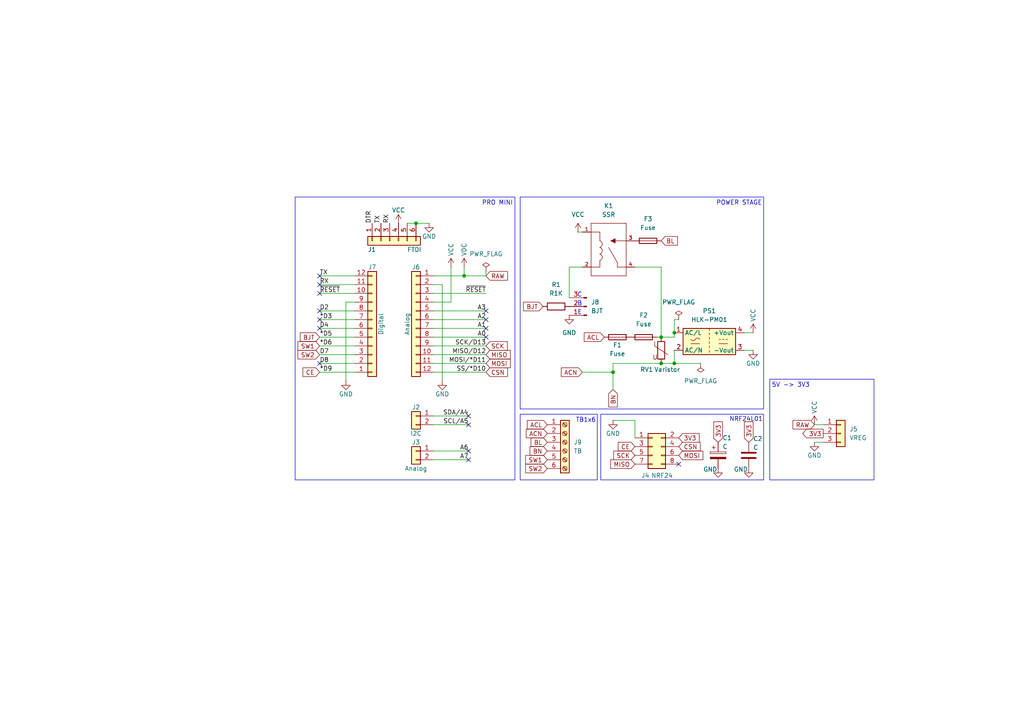
<source format=kicad_sch>
(kicad_sch (version 20250114) (generator "eeschema") (generator_version "9.0")
  (paper "A4")
  (title_block (date "sam. 04 avril 2015"))
  (lib_symbols
    (symbol "Connector:Conn_01x03_Pin" (pin_names (offset 1.016) (hide yes))
      (property "Reference" "J" (at 0 5.08 0))
      (property "Value" "Conn_01x03_Pin" (at 0 -5.08 0))
      (symbol "Conn_01x03_Pin_1_1"
        (rectangle (start 0.8636 2.667) (end 0 2.413) (stroke (width 0.1524)) (fill (type outline)))
        (rectangle (start 0.8636 0.127) (end 0 -0.127) (stroke (width 0.1524)) (fill (type outline)))
        (rectangle (start 0.8636 -2.413) (end 0 -2.667) (stroke (width 0.1524)) (fill (type outline)))
        (polyline (pts (xy 1.27 2.54) (xy 0.8636 2.54)) (stroke (width 0.1524)))
        (polyline (pts (xy 1.27 0) (xy 0.8636 0)) (stroke (width 0.1524)))
        (polyline (pts (xy 1.27 -2.54) (xy 0.8636 -2.54)) (stroke (width 0.1524)))
        (pin passive line (at 5.08 2.54 180) (length 3.81) (name "Pin_1") (number "1"))
        (pin passive line (at 5.08 0 180) (length 3.81) (name "Pin_2") (number "2"))
        (pin passive line (at 5.08 -2.54 180) (length 3.81) (name "Pin_3") (number "3"))
      )
    )
    (symbol "Connector:Screw_Terminal_01x06" (pin_names (offset 1.016) (hide yes))
      (property "Reference" "J" (at 0 7.62 0))
      (property "Value" "Screw_Terminal_01x06" (at 0 -10.16 0))
      (symbol "Screw_Terminal_01x06_1_1"
        (rectangle (start -1.27 6.35) (end 1.27 -8.89) (stroke (width 0.254)) (fill (type background)))
        (polyline (pts (xy -0.5334 5.4102) (xy 0.3302 4.572)) (stroke (width 0.1524)))
        (polyline (pts (xy -0.5334 2.8702) (xy 0.3302 2.032)) (stroke (width 0.1524)))
        (polyline (pts (xy -0.5334 0.3302) (xy 0.3302 -0.508)) (stroke (width 0.1524)))
        (polyline (pts (xy -0.5334 -2.2098) (xy 0.3302 -3.048)) (stroke (width 0.1524)))
        (polyline (pts (xy -0.5334 -4.7498) (xy 0.3302 -5.588)) (stroke (width 0.1524)))
        (polyline (pts (xy -0.5334 -7.2898) (xy 0.3302 -8.128)) (stroke (width 0.1524)))
        (polyline (pts (xy -0.3556 5.588) (xy 0.508 4.7498)) (stroke (width 0.1524)))
        (polyline (pts (xy -0.3556 3.048) (xy 0.508 2.2098)) (stroke (width 0.1524)))
        (polyline (pts (xy -0.3556 0.508) (xy 0.508 -0.3302)) (stroke (width 0.1524)))
        (polyline (pts (xy -0.3556 -2.032) (xy 0.508 -2.8702)) (stroke (width 0.1524)))
        (polyline (pts (xy -0.3556 -4.572) (xy 0.508 -5.4102)) (stroke (width 0.1524)))
        (polyline (pts (xy -0.3556 -7.112) (xy 0.508 -7.9502)) (stroke (width 0.1524)))
        (circle (center 0 5.08) (radius 0.635) (stroke (width 0.1524)))
        (circle (center 0 2.54) (radius 0.635) (stroke (width 0.1524)))
        (circle (center 0 0) (radius 0.635) (stroke (width 0.1524)))
        (circle (center 0 -2.54) (radius 0.635) (stroke (width 0.1524)))
        (circle (center 0 -5.08) (radius 0.635) (stroke (width 0.1524)))
        (circle (center 0 -7.62) (radius 0.635) (stroke (width 0.1524)))
        (pin passive line (at -5.08 5.08 0) (length 3.81) (name "Pin_1") (number "1"))
        (pin passive line (at -5.08 2.54 0) (length 3.81) (name "Pin_2") (number "2"))
        (pin passive line (at -5.08 0 0) (length 3.81) (name "Pin_3") (number "3"))
        (pin passive line (at -5.08 -2.54 0) (length 3.81) (name "Pin_4") (number "4"))
        (pin passive line (at -5.08 -5.08 0) (length 3.81) (name "Pin_5") (number "5"))
        (pin passive line (at -5.08 -7.62 0) (length 3.81) (name "Pin_6") (number "6"))
      )
    )
    (symbol "Connector_Generic:Conn_01x02" (pin_names (offset 1.016) (hide yes))
      (property "Reference" "J" (at 0 2.54 0))
      (property "Value" "Conn_01x02" (at 0 -5.08 0))
      (symbol "Conn_01x02_1_1"
        (rectangle (start -1.27 1.27) (end 1.27 -3.81) (stroke (width 0.254)) (fill (type background)))
        (rectangle (start -1.27 0.127) (end 0 -0.127) (stroke (width 0.1524)))
        (rectangle (start -1.27 -2.413) (end 0 -2.667) (stroke (width 0.1524)))
        (pin passive line (at -5.08 0 0) (length 3.81) (name "Pin_1") (number "1"))
        (pin passive line (at -5.08 -2.54 0) (length 3.81) (name "Pin_2") (number "2"))
      )
    )
    (symbol "Connector_Generic:Conn_01x03" (pin_names (offset 1.016) (hide yes))
      (property "Reference" "J" (at 0 5.08 0))
      (property "Value" "Conn_01x03" (at 0 -5.08 0))
      (symbol "Conn_01x03_1_1"
        (rectangle (start -1.27 3.81) (end 1.27 -3.81) (stroke (width 0.254)) (fill (type background)))
        (rectangle (start -1.27 2.667) (end 0 2.413) (stroke (width 0.1524)))
        (rectangle (start -1.27 0.127) (end 0 -0.127) (stroke (width 0.1524)))
        (rectangle (start -1.27 -2.413) (end 0 -2.667) (stroke (width 0.1524)))
        (pin passive line (at -5.08 2.54 0) (length 3.81) (name "Pin_1") (number "1"))
        (pin passive line (at -5.08 0 0) (length 3.81) (name "Pin_2") (number "2"))
        (pin passive line (at -5.08 -2.54 0) (length 3.81) (name "Pin_3") (number "3"))
      )
    )
    (symbol "Connector_Generic:Conn_01x06" (pin_names (offset 1.016) (hide yes))
      (property "Reference" "J" (at 0 7.62 0))
      (property "Value" "Conn_01x06" (at 0 -10.16 0))
      (symbol "Conn_01x06_1_1"
        (rectangle (start -1.27 6.35) (end 1.27 -8.89) (stroke (width 0.254)) (fill (type background)))
        (rectangle (start -1.27 5.207) (end 0 4.953) (stroke (width 0.1524)))
        (rectangle (start -1.27 2.667) (end 0 2.413) (stroke (width 0.1524)))
        (rectangle (start -1.27 0.127) (end 0 -0.127) (stroke (width 0.1524)))
        (rectangle (start -1.27 -2.413) (end 0 -2.667) (stroke (width 0.1524)))
        (rectangle (start -1.27 -4.953) (end 0 -5.207) (stroke (width 0.1524)))
        (rectangle (start -1.27 -7.493) (end 0 -7.747) (stroke (width 0.1524)))
        (pin passive line (at -5.08 5.08 0) (length 3.81) (name "Pin_1") (number "1"))
        (pin passive line (at -5.08 2.54 0) (length 3.81) (name "Pin_2") (number "2"))
        (pin passive line (at -5.08 0 0) (length 3.81) (name "Pin_3") (number "3"))
        (pin passive line (at -5.08 -2.54 0) (length 3.81) (name "Pin_4") (number "4"))
        (pin passive line (at -5.08 -5.08 0) (length 3.81) (name "Pin_5") (number "5"))
        (pin passive line (at -5.08 -7.62 0) (length 3.81) (name "Pin_6") (number "6"))
      )
    )
    (symbol "Connector_Generic:Conn_01x12" (pin_names (offset 1.016) (hide yes))
      (property "Reference" "J" (at 0 15.24 0))
      (property "Value" "Conn_01x12" (at 0 -17.78 0))
      (symbol "Conn_01x12_1_1"
        (rectangle (start -1.27 13.97) (end 1.27 -16.51) (stroke (width 0.254)) (fill (type background)))
        (rectangle (start -1.27 12.827) (end 0 12.573) (stroke (width 0.1524)))
        (rectangle (start -1.27 10.287) (end 0 10.033) (stroke (width 0.1524)))
        (rectangle (start -1.27 7.747) (end 0 7.493) (stroke (width 0.1524)))
        (rectangle (start -1.27 5.207) (end 0 4.953) (stroke (width 0.1524)))
        (rectangle (start -1.27 2.667) (end 0 2.413) (stroke (width 0.1524)))
        (rectangle (start -1.27 0.127) (end 0 -0.127) (stroke (width 0.1524)))
        (rectangle (start -1.27 -2.413) (end 0 -2.667) (stroke (width 0.1524)))
        (rectangle (start -1.27 -4.953) (end 0 -5.207) (stroke (width 0.1524)))
        (rectangle (start -1.27 -7.493) (end 0 -7.747) (stroke (width 0.1524)))
        (rectangle (start -1.27 -10.033) (end 0 -10.287) (stroke (width 0.1524)))
        (rectangle (start -1.27 -12.573) (end 0 -12.827) (stroke (width 0.1524)))
        (rectangle (start -1.27 -15.113) (end 0 -15.367) (stroke (width 0.1524)))
        (pin passive line (at -5.08 12.7 0) (length 3.81) (name "Pin_1") (number "1"))
        (pin passive line (at -5.08 10.16 0) (length 3.81) (name "Pin_2") (number "2"))
        (pin passive line (at -5.08 7.62 0) (length 3.81) (name "Pin_3") (number "3"))
        (pin passive line (at -5.08 5.08 0) (length 3.81) (name "Pin_4") (number "4"))
        (pin passive line (at -5.08 2.54 0) (length 3.81) (name "Pin_5") (number "5"))
        (pin passive line (at -5.08 0 0) (length 3.81) (name "Pin_6") (number "6"))
        (pin passive line (at -5.08 -2.54 0) (length 3.81) (name "Pin_7") (number "7"))
        (pin passive line (at -5.08 -5.08 0) (length 3.81) (name "Pin_8") (number "8"))
        (pin passive line (at -5.08 -7.62 0) (length 3.81) (name "Pin_9") (number "9"))
        (pin passive line (at -5.08 -10.16 0) (length 3.81) (name "Pin_10") (number "10"))
        (pin passive line (at -5.08 -12.7 0) (length 3.81) (name "Pin_11") (number "11"))
        (pin passive line (at -5.08 -15.24 0) (length 3.81) (name "Pin_12") (number "12"))
      )
    )
    (symbol "Connector_Generic:Conn_02x04_Odd_Even" (pin_names (offset 1.016) (hide yes))
      (property "Reference" "J" (at 1.27 5.08 0))
      (property "Value" "Conn_02x04_Odd_Even" (at 1.27 -7.62 0))
      (symbol "Conn_02x04_Odd_Even_1_1"
        (rectangle (start -1.27 3.81) (end 3.81 -6.35) (stroke (width 0.254)) (fill (type background)))
        (rectangle (start -1.27 2.667) (end 0 2.413) (stroke (width 0.1524)))
        (rectangle (start -1.27 0.127) (end 0 -0.127) (stroke (width 0.1524)))
        (rectangle (start -1.27 -2.413) (end 0 -2.667) (stroke (width 0.1524)))
        (rectangle (start -1.27 -4.953) (end 0 -5.207) (stroke (width 0.1524)))
        (rectangle (start 3.81 2.667) (end 2.54 2.413) (stroke (width 0.1524)))
        (rectangle (start 3.81 0.127) (end 2.54 -0.127) (stroke (width 0.1524)))
        (rectangle (start 3.81 -2.413) (end 2.54 -2.667) (stroke (width 0.1524)))
        (rectangle (start 3.81 -4.953) (end 2.54 -5.207) (stroke (width 0.1524)))
        (pin passive line (at -5.08 2.54 0) (length 3.81) (name "Pin_1") (number "1"))
        (pin passive line (at -5.08 0 0) (length 3.81) (name "Pin_3") (number "3"))
        (pin passive line (at -5.08 -2.54 0) (length 3.81) (name "Pin_5") (number "5"))
        (pin passive line (at -5.08 -5.08 0) (length 3.81) (name "Pin_7") (number "7"))
        (pin passive line (at 7.62 2.54 180) (length 3.81) (name "Pin_2") (number "2"))
        (pin passive line (at 7.62 0 180) (length 3.81) (name "Pin_4") (number "4"))
        (pin passive line (at 7.62 -2.54 180) (length 3.81) (name "Pin_6") (number "6"))
        (pin passive line (at 7.62 -5.08 180) (length 3.81) (name "Pin_8") (number "8"))
      )
    )
    (symbol "Converter_ACDC:HLK-PM01"
      (property "Reference" "PS" (at 0 5.08 0))
      (property "Value" "HLK-PM01" (at 0 -5.08 0))
      (symbol "HLK-PM01_0_1"
        (rectangle (start -7.62 3.81) (end 7.62 -3.81) (stroke (width 0.254)) (fill (type background)))
        (polyline (pts (xy -5.334 -0.635) (xy -2.794 -0.635)))
        (arc (start -4.064 0.635) (mid -4.699 0.2495) (end -5.334 0.635))
        (arc (start -4.064 0.635) (mid -3.429 1.0072) (end -2.794 0.635))
        (polyline (pts (xy 0 3.81) (xy 0 3.175)))
        (polyline (pts (xy 0 2.54) (xy 0 1.905)))
        (polyline (pts (xy 0 1.27) (xy 0 0.635)))
        (polyline (pts (xy 0 0) (xy 0 -0.635)))
        (polyline (pts (xy 0 -1.27) (xy 0 -1.905)))
        (polyline (pts (xy 0 -2.54) (xy 0 -3.175)))
        (polyline (pts (xy 2.794 0.635) (xy 3.302 0.635)))
        (polyline (pts (xy 2.794 -0.635) (xy 5.334 -0.635)))
        (polyline (pts (xy 3.81 0.635) (xy 4.318 0.635)))
        (polyline (pts (xy 4.826 0.635) (xy 5.334 0.635)))
      )
      (symbol "HLK-PM01_1_1"
        (pin power_in line (at -10.16 2.54 0) (length 2.54) (name "AC/L") (number "1"))
        (pin power_in line (at -10.16 -2.54 0) (length 2.54) (name "AC/N") (number "2"))
        (pin power_out line (at 10.16 2.54 180) (length 2.54) (name "+Vout") (number "4"))
        (pin power_out line (at 10.16 -2.54 180) (length 2.54) (name "-Vout") (number "3"))
      )
    )
    (symbol "Device:C" (pin_numbers (hide yes)) (pin_names (offset 0.254))
      (property "Reference" "C" (at 0.635 2.54 0))
      (property "Value" "C" (at 0.635 -2.54 0))
      (symbol "C_0_1"
        (polyline (pts (xy -2.032 0.762) (xy 2.032 0.762)) (stroke (width 0.508)))
        (polyline (pts (xy -2.032 -0.762) (xy 2.032 -0.762)) (stroke (width 0.508)))
      )
      (symbol "C_1_1"
        (pin passive line (at 0 3.81 270) (length 2.794) (name "~") (number "1"))
        (pin passive line (at 0 -3.81 90) (length 2.794) (name "~") (number "2"))
      )
    )
    (symbol "Device:C_Polarized" (pin_numbers (hide yes)) (pin_names (offset 0.254))
      (property "Reference" "C" (at 0.635 2.54 0))
      (property "Value" "C_Polarized" (at 0.635 -2.54 0))
      (symbol "C_Polarized_0_1"
        (rectangle (start -2.286 0.508) (end 2.286 1.016))
        (polyline (pts (xy -1.778 2.286) (xy -0.762 2.286)))
        (polyline (pts (xy -1.27 2.794) (xy -1.27 1.778)))
        (rectangle (start 2.286 -0.508) (end -2.286 -1.016) (fill (type outline)))
      )
      (symbol "C_Polarized_1_1"
        (pin passive line (at 0 3.81 270) (length 2.794) (name "~") (number "1"))
        (pin passive line (at 0 -3.81 90) (length 2.794) (name "~") (number "2"))
      )
    )
    (symbol "Device:Fuse" (pin_numbers (hide yes)) (pin_names (offset 0))
      (property "Reference" "F" (at 2.032 0 90))
      (property "Value" "Fuse" (at -1.905 0 90))
      (symbol "Fuse_0_1"
        (rectangle (start -0.762 -2.54) (end 0.762 2.54) (stroke (width 0.254)))
        (polyline (pts (xy 0 2.54) (xy 0 -2.54)))
      )
      (symbol "Fuse_1_1"
        (pin passive line (at 0 3.81 270) (length 1.27) (name "~") (number "1"))
        (pin passive line (at 0 -3.81 90) (length 1.27) (name "~") (number "2"))
      )
    )
    (symbol "Device:R" (pin_numbers (hide yes)) (pin_names (offset 0))
      (property "Reference" "R" (at 2.032 0 90))
      (property "Value" "R" (at 0 0 90))
      (symbol "R_0_1"
        (rectangle (start -1.016 -2.54) (end 1.016 2.54) (stroke (width 0.254)))
      )
      (symbol "R_1_1"
        (pin passive line (at 0 3.81 270) (length 1.27) (name "~") (number "1"))
        (pin passive line (at 0 -3.81 90) (length 1.27) (name "~") (number "2"))
      )
    )
    (symbol "Device:Varistor" (pin_numbers (hide yes)) (pin_names (offset 0))
      (property "Reference" "RV" (at 3.175 0 90))
      (property "Value" "Varistor" (at -3.175 0 90))
      (symbol "Varistor_0_0"
        (text "U" (at -1.778 -2.032 0) (effects (font (size 1.27 1.27))))
      )
      (symbol "Varistor_0_1"
        (polyline (pts (xy -1.905 2.54) (xy -1.905 1.27) (xy 1.905 -1.27)))
        (rectangle (start -1.016 -2.54) (end 1.016 2.54) (stroke (width 0.254)))
      )
      (symbol "Varistor_1_1"
        (pin passive line (at 0 3.81 270) (length 1.27) (name "~") (number "1"))
        (pin passive line (at 0 -3.81 90) (length 1.27) (name "~") (number "2"))
      )
    )
    (symbol "OJE-SS-112LMH_000:OJE-SS-112LMH_000" (pin_names (offset 1.016))
      (property "Reference" "K" (at -5.0813 7.622 0))
      (property "Value" "OJE-SS-112LMH_000" (at -5.0845 -10.169 0))
      (symbol "OJE-SS-112LMH_000_0_0"
        (polyline (pts (xy -5.08 7.62) (xy -5.08 -7.62)) (stroke (width 0.1524)))
        (polyline (pts (xy -5.08 5.08) (xy -2.54 5.08)) (stroke (width 0.1524)))
        (polyline (pts (xy -5.08 -5.08) (xy -2.54 -5.08)) (stroke (width 0.1524)))
        (polyline (pts (xy -5.08 -7.62) (xy 5.08 -7.62)) (stroke (width 0.1524)))
        (arc (start -2.54 2.54) (mid -1.8535 1.5875) (end -2.54 0.635) (stroke (width 0.1524)))
        (arc (start -2.54 0.635) (mid -1.8535 -0.3175) (end -2.54 -1.27) (stroke (width 0.1524)))
        (arc (start -2.54 -1.27) (mid -1.8535 -2.2225) (end -2.54 -3.175) (stroke (width 0.1524)))
        (polyline (pts (xy -2.54 5.08) (xy -2.54 2.54)) (stroke (width 0.1524)))
        (polyline (pts (xy -2.54 -5.08) (xy -2.54 -3.175)) (stroke (width 0.1524)))
        (polyline (pts (xy 0.635 2.54) (xy 5.08 2.54)) (stroke (width 0.1524)))
        (polyline (pts (xy 0.635 2.54) (xy 1.905 1.905) (xy 1.905 3.175) (xy 0.635 2.54)) (stroke (width 0.1524)) (fill (type outline)))
        (polyline (pts (xy 2.54 -3.81) (xy 0 0.635)) (stroke (width 0.1524)))
        (polyline (pts (xy 2.54 -5.08) (xy 2.54 -3.81)) (stroke (width 0.1524)))
        (polyline (pts (xy 2.54 -5.08) (xy 5.08 -5.08)) (stroke (width 0.1524)))
        (polyline (pts (xy 5.08 7.62) (xy -5.08 7.62)) (stroke (width 0.1524)))
        (polyline (pts (xy 5.08 7.62) (xy 5.08 2.54)) (stroke (width 0.1524)))
        (polyline (pts (xy 5.08 2.54) (xy 5.08 -7.62)) (stroke (width 0.1524)))
        (pin passive line (at -7.62 5.08 0) (length 2.54) (name "~") (number "1"))
        (pin passive line (at -7.62 -5.08 0) (length 2.54) (name "~") (number "2"))
        (pin passive line (at 7.62 2.54 180) (length 2.54) (name "~") (number "3"))
        (pin passive line (at 7.62 -5.08 180) (length 2.54) (name "~") (number "4"))
      )
    )
    (symbol "power:GND" (power) (pin_numbers (hide yes)) (pin_names (offset 0) (hide yes))
      (property "Value" "GND" (at 0 -3.81 0))
      (symbol "GND_0_1"
        (polyline (pts (xy 0 0) (xy 0 -1.27) (xy 1.27 -1.27) (xy 0 -2.54) (xy -1.27 -1.27) (xy 0 -1.27)))
      )
      (symbol "GND_1_1"
        (pin power_in line (at 0 0 270) (length 0) (name "~") (number "1"))
      )
    )
    (symbol "power:PWR_FLAG" (power) (pin_numbers (hide yes)) (pin_names (offset 0) (hide yes))
      (property "Value" "PWR_FLAG" (at 0 3.81 0))
      (symbol "PWR_FLAG_0_0"
        (pin power_out line (at 0 0 90) (length 0) (name "~") (number "1"))
      )
      (symbol "PWR_FLAG_0_1"
        (polyline (pts (xy 0 0) (xy 0 1.27) (xy -1.016 1.905) (xy 0 2.54) (xy 1.016 1.905) (xy 0 1.27)))
      )
    )
    (symbol "power:VCC" (power) (pin_numbers (hide yes)) (pin_names (offset 0) (hide yes))
      (property "Value" "VCC" (at 0 3.556 0))
      (symbol "VCC_0_1"
        (polyline (pts (xy -0.762 1.27) (xy 0 2.54)))
        (polyline (pts (xy 0 2.54) (xy 0.762 1.27)))
        (polyline (pts (xy 0 0) (xy 0 2.54)))
      )
      (symbol "VCC_1_1"
        (pin power_in line (at 0 0 90) (length 0) (name "~") (number "1"))
      )
    )
    (symbol "power:VDC" (power) (pin_numbers (hide yes)) (pin_names (offset 0) (hide yes))
      (property "Value" "VDC" (at 0 3.556 0))
      (symbol "VDC_0_1"
        (polyline (pts (xy -0.762 1.27) (xy 0 2.54)))
        (polyline (pts (xy 0 2.54) (xy 0.762 1.27)))
        (polyline (pts (xy 0 0) (xy 0 2.54)))
      )
      (symbol "VDC_1_1"
        (pin power_in line (at 0 0 90) (length 0) (name "~") (number "1"))
      )
    )
  )
  (rectangle (start 174.244 120.142) (end 221.488 139.192))
  (rectangle (start 223.266 109.982) (end 253.492 139.192))
  (rectangle (start 150.876 57.15) (end 221.488 118.618))
  (rectangle (start 85.598 57.15) (end 149.352 139.192))
  (rectangle (start 150.876 120.142) (end 173.228 139.192))
  (text "B" (at 168.148 88.138 0) (effects (font (size 1.27 1.27))))
  (text "PRO MINI" (at 144.272 58.928 0) (effects (font (size 1.27 1.27))))
  (text "TB1x6" (at 169.926 121.92 0) (effects (font (size 1.27 1.27))))
  (text "E" (at 168.148 90.678 0) (effects (font (size 1.27 1.27))))
  (text "5V -> 3V3" (at 229.362 111.76 0) (effects (font (size 1.27 1.27))))
  (text "POWER STAGE" (at 214.376 58.928 0) (effects (font (size 1.27 1.27))))
  (text "C" (at 168.148 85.598 0) (effects (font (size 1.27 1.27))))
  (text "NRF24L01" (at 216.408 121.666 0) (effects (font (size 1.27 1.27))))
  (junction (at 177.8 107.95))
  (junction (at 134.62 80.01))
  (junction (at 191.77 105.41))
  (junction (at 191.77 97.79))
  (junction (at 195.58 96.52))
  (junction (at 120.65 64.77))
  (junction (at 195.58 105.41))
  (no_connect (at 92.71 90.17))
  (no_connect (at 92.71 80.01))
  (no_connect (at 140.97 92.71))
  (no_connect (at 140.97 97.79))
  (no_connect (at 92.71 92.71))
  (no_connect (at 140.97 90.17))
  (no_connect (at 92.71 82.55))
  (no_connect (at 196.85 134.62))
  (no_connect (at 140.97 95.25))
  (no_connect (at 135.89 120.65))
  (no_connect (at 92.71 85.09))
  (no_connect (at 135.89 133.35))
  (no_connect (at 92.71 95.25))
  (no_connect (at 135.89 123.19))
  (no_connect (at 135.89 130.81))
  (no_connect (at 92.71 105.41))
  (wire (pts (xy 196.85 92.71) (xy 195.58 92.71)))
  (wire (pts (xy 125.73 80.01) (xy 134.62 80.01)))
  (wire (pts (xy 134.62 77.47) (xy 134.62 80.01)))
  (wire (pts (xy 92.71 105.41) (xy 102.87 105.41)))
  (wire (pts (xy 100.33 87.63) (xy 100.33 110.49)))
  (wire (pts (xy 184.15 121.92) (xy 184.15 127)))
  (wire (pts (xy 125.73 95.25) (xy 140.97 95.25)))
  (wire (pts (xy 195.58 97.79) (xy 195.58 96.52)))
  (wire (pts (xy 125.73 133.35) (xy 135.89 133.35)))
  (wire (pts (xy 125.73 107.95) (xy 140.97 107.95)))
  (wire (pts (xy 184.15 77.47) (xy 191.77 77.47)))
  (wire (pts (xy 125.73 105.41) (xy 140.97 105.41)))
  (wire (pts (xy 128.27 82.55) (xy 128.27 110.49)))
  (wire (pts (xy 125.73 90.17) (xy 140.97 90.17)))
  (wire (pts (xy 125.73 92.71) (xy 140.97 92.71)))
  (wire (pts (xy 130.81 77.47) (xy 130.81 87.63)))
  (wire (pts (xy 191.77 105.41) (xy 195.58 105.41)))
  (wire (pts (xy 236.22 128.27) (xy 238.76 128.27)))
  (wire (pts (xy 124.46 64.77) (xy 120.65 64.77)))
  (wire (pts (xy 92.71 82.55) (xy 102.87 82.55)))
  (wire (pts (xy 125.73 87.63) (xy 130.81 87.63)))
  (wire (pts (xy 140.97 80.01) (xy 140.97 78.74)))
  (wire (pts (xy 92.71 92.71) (xy 102.87 92.71)))
  (wire (pts (xy 92.71 80.01) (xy 102.87 80.01)))
  (wire (pts (xy 100.33 87.63) (xy 102.87 87.63)))
  (wire (pts (xy 125.73 120.65) (xy 135.89 120.65)))
  (wire (pts (xy 125.73 97.79) (xy 140.97 97.79)))
  (wire (pts (xy 167.64 67.31) (xy 168.91 67.31)))
  (wire (pts (xy 125.73 102.87) (xy 140.97 102.87)))
  (wire (pts (xy 165.1 77.47) (xy 168.91 77.47)))
  (wire (pts (xy 92.71 90.17) (xy 102.87 90.17)))
  (wire (pts (xy 92.71 107.95) (xy 102.87 107.95)))
  (wire (pts (xy 177.8 105.41) (xy 191.77 105.41)))
  (wire (pts (xy 191.77 77.47) (xy 191.77 97.79)))
  (wire (pts (xy 191.77 97.79) (xy 195.58 97.79)))
  (wire (pts (xy 236.22 123.19) (xy 238.76 123.19)))
  (wire (pts (xy 218.44 96.52) (xy 215.9 96.52)))
  (wire (pts (xy 92.71 95.25) (xy 102.87 95.25)))
  (wire (pts (xy 177.8 121.92) (xy 184.15 121.92)))
  (wire (pts (xy 177.8 113.03) (xy 177.8 107.95)))
  (wire (pts (xy 125.73 85.09) (xy 140.97 85.09)))
  (wire (pts (xy 92.71 100.33) (xy 102.87 100.33)))
  (wire (pts (xy 165.1 86.36) (xy 165.1 77.47)))
  (wire (pts (xy 177.8 107.95) (xy 177.8 105.41)))
  (wire (pts (xy 92.71 97.79) (xy 102.87 97.79)))
  (wire (pts (xy 190.5 97.79) (xy 191.77 97.79)))
  (wire (pts (xy 125.73 130.81) (xy 135.89 130.81)))
  (wire (pts (xy 92.71 102.87) (xy 102.87 102.87)))
  (wire (pts (xy 125.73 123.19) (xy 135.89 123.19)))
  (wire (pts (xy 118.11 64.77) (xy 120.65 64.77)))
  (wire (pts (xy 195.58 105.41) (xy 195.58 101.6)))
  (wire (pts (xy 168.91 107.95) (xy 177.8 107.95)))
  (wire (pts (xy 125.73 100.33) (xy 140.97 100.33)))
  (wire (pts (xy 203.2 105.41) (xy 195.58 105.41)))
  (wire (pts (xy 125.73 82.55) (xy 128.27 82.55)))
  (wire (pts (xy 92.71 85.09) (xy 102.87 85.09)))
  (wire (pts (xy 218.44 101.6) (xy 215.9 101.6)))
  (wire (pts (xy 134.62 80.01) (xy 140.97 80.01)))
  (wire (pts (xy 195.58 92.71) (xy 195.58 96.52)))
  (label "D4" (at 92.71 95.25 0))
  (label "MISO{slash}D12" (at 140.97 102.87 180))
  (label "TX" (at 92.71 80.01 0))
  (label "A2" (at 140.97 92.71 180))
  (label "A0" (at 140.97 97.79 180))
  (label "MOSI{slash}*D11" (at 140.97 105.41 180))
  (label "SDA{slash}A4" (at 135.89 120.65 180))
  (label "*D3" (at 92.71 92.71 0))
  (label "D2" (at 92.71 90.17 0))
  (label "*D5" (at 92.71 97.79 0))
  (label "*D6" (at 92.71 100.33 0))
  (label "D8" (at 92.71 105.41 0))
  (label "*D9" (at 92.71 107.95 0))
  (label "~{RESET}" (at 140.97 85.09 180))
  (label "A1" (at 140.97 95.25 180))
  (label "RX" (at 92.71 82.55 0))
  (label "A6" (at 135.89 130.81 180))
  (label "RX" (at 113.03 64.77 90))
  (label "TX" (at 110.49 64.77 90))
  (label "DTR" (at 107.95 64.77 90))
  (label "D7" (at 92.71 102.87 0))
  (label "A3" (at 140.97 90.17 180))
  (label "~{RESET}" (at 92.71 85.09 0))
  (label "SCL{slash}A5" (at 135.89 123.19 180))
  (label "SS{slash}*D10" (at 140.97 107.95 180))
  (label "SCK{slash}D13" (at 140.97 100.33 180))
  (label "A7" (at 135.89 133.35 180))
  (global_label "BN" (shape input) (at 177.8 113.03 270) (property "Intersheetrefs" "${INTERSHEET_REFS}" (effects (hide yes))))
  (global_label "SW2" (shape input) (at 92.71 102.87 180) (property "Intersheetrefs" "${INTERSHEET_REFS}" (effects (hide yes))))
  (global_label "RAW" (shape input) (at 236.22 123.19 180) (property "Intersheetrefs" "${INTERSHEET_REFS}" (effects (hide yes))))
  (global_label "3V3" (shape input) (at 208.28 128.27 90) (property "Intersheetrefs" "${INTERSHEET_REFS}" (effects (hide yes))))
  (global_label "CSN" (shape input) (at 140.97 107.95 0) (property "Intersheetrefs" "${INTERSHEET_REFS}" (effects (hide yes))))
  (global_label "ACN" (shape input) (at 168.91 107.95 180) (property "Intersheetrefs" "${INTERSHEET_REFS}" (effects (hide yes))))
  (global_label "ACL" (shape input) (at 158.75 123.19 180) (property "Intersheetrefs" "${INTERSHEET_REFS}" (effects (hide yes))))
  (global_label "BN" (shape input) (at 158.75 130.81 180) (property "Intersheetrefs" "${INTERSHEET_REFS}" (effects (hide yes))))
  (global_label "MISO" (shape input) (at 184.15 134.62 180) (property "Intersheetrefs" "${INTERSHEET_REFS}" (effects (hide yes))))
  (global_label "ACL" (shape input) (at 175.26 97.79 180) (property "Intersheetrefs" "${INTERSHEET_REFS}" (effects (hide yes))))
  (global_label "SW2" (shape input) (at 158.75 135.89 180) (property "Intersheetrefs" "${INTERSHEET_REFS}" (effects (hide yes))))
  (global_label "3V3" (shape input) (at 217.17 128.27 90) (property "Intersheetrefs" "${INTERSHEET_REFS}" (effects (hide yes))))
  (global_label "SW1" (shape input) (at 158.75 133.35 180) (property "Intersheetrefs" "${INTERSHEET_REFS}" (effects (hide yes))))
  (global_label "CSN" (shape input) (at 196.85 129.54 0) (property "Intersheetrefs" "${INTERSHEET_REFS}" (effects (hide yes))))
  (global_label "CE" (shape input) (at 92.71 107.95 180) (property "Intersheetrefs" "${INTERSHEET_REFS}" (effects (hide yes))))
  (global_label "3V3" (shape input) (at 196.85 127 0) (property "Intersheetrefs" "${INTERSHEET_REFS}" (effects (hide yes))))
  (global_label "BL" (shape input) (at 158.75 128.27 180) (property "Intersheetrefs" "${INTERSHEET_REFS}" (effects (hide yes))))
  (global_label "BL" (shape input) (at 191.77 69.85 0) (property "Intersheetrefs" "${INTERSHEET_REFS}" (effects (hide yes))))
  (global_label "MOSI" (shape input) (at 140.97 105.41 0) (property "Intersheetrefs" "${INTERSHEET_REFS}" (effects (hide yes))))
  (global_label "BJT" (shape input) (at 157.48 88.9 180) (property "Intersheetrefs" "${INTERSHEET_REFS}" (effects (hide yes))))
  (global_label "MISO" (shape input) (at 140.97 102.87 0) (property "Intersheetrefs" "${INTERSHEET_REFS}" (effects (hide yes))))
  (global_label "MOSI" (shape input) (at 196.85 132.08 0) (property "Intersheetrefs" "${INTERSHEET_REFS}" (effects (hide yes))))
  (global_label "SW1" (shape input) (at 92.71 100.33 180) (property "Intersheetrefs" "${INTERSHEET_REFS}" (effects (hide yes))))
  (global_label "ACN" (shape input) (at 158.75 125.73 180) (property "Intersheetrefs" "${INTERSHEET_REFS}" (effects (hide yes))))
  (global_label "CE" (shape input) (at 184.15 129.54 180) (property "Intersheetrefs" "${INTERSHEET_REFS}" (effects (hide yes))))
  (global_label "3V3" (shape output) (at 238.76 125.73 180) (property "Intersheetrefs" "${INTERSHEET_REFS}" (effects (hide yes))))
  (global_label "RAW" (shape input) (at 140.97 80.01 0) (property "Intersheetrefs" "${INTERSHEET_REFS}" (effects (hide yes))))
  (global_label "SCK" (shape input) (at 184.15 132.08 180) (property "Intersheetrefs" "${INTERSHEET_REFS}" (effects (hide yes))))
  (global_label "BJT" (shape input) (at 92.71 97.79 180) (property "Intersheetrefs" "${INTERSHEET_REFS}" (effects (hide yes))))
  (global_label "SCK" (shape input) (at 140.97 100.33 0) (property "Intersheetrefs" "${INTERSHEET_REFS}" (effects (hide yes))))
  (symbol (lib_id "Connector_Generic:Conn_01x12") (at 107.95 95.25 0) (mirror x) (unit 1)
    (property "Reference" "J7" (at 107.95 77.47 0))
    (property "Value" "Digital" (at 110.49 93.98 90))
    (property "Footprint" "Connector_PinHeader_2.54mm:PinHeader_1x12_P2.54mm_Vertical" (effects (hide yes)))
    (property "Description" "Generic connector, single row, 01x12, script generated (kicad-library-utils/schlib/autogen/connector/)" (effects (hide yes)))
  )
  (symbol (lib_id "Connector_Generic:Conn_01x12") (at 120.65 92.71 0) (mirror y) (unit 1)
    (property "Reference" "J6" (at 120.65 77.47 0))
    (property "Value" "Analog" (at 118.11 93.98 90))
    (property "Footprint" "Connector_PinHeader_2.54mm:PinHeader_1x12_P2.54mm_Vertical" (effects (hide yes)))
    (property "Description" "Generic connector, single row, 01x12, script generated (kicad-library-utils/schlib/autogen/connector/)" (effects (hide yes)))
  )
  (symbol (lib_id "Device:R") (at 161.29 88.9 90) (unit 1)
    (property "Reference" "R1" (at 161.29 82.55 90))
    (property "Value" "R1K" (at 161.29 85.09 90))
    (property "Footprint" "Resistor_SMD:R_1206_3216Metric_Pad1.30x1.75mm_HandSolder" (effects (hide yes)))
    (property "Description" "Resistor" (effects (hide yes)))
  )
  (symbol (lib_id "power:VCC") (at 115.57 64.77 0) (unit 1)
    (property "Reference" "#PWR0101" (effects (hide yes)))
    (property "Value" "VCC" (at 115.57 60.96 0))
    (property "Description" "Power symbol creates a global label with name \"VCC\"" (effects (hide yes)))
  )
  (symbol (lib_id "Device:Fuse") (at 186.69 97.79 270) (unit 1)
    (property "Reference" "F2" (at 186.69 91.44 90))
    (property "Value" "Fuse" (at 186.69 93.98 90))
    (property "Footprint" "Resistor_THT:R_Axial_DIN0414_L11.9mm_D4.5mm_P15.24mm_Horizontal" (effects (hide yes)))
    (property "Description" "Fuse" (effects (hide yes)))
  )
  (symbol (lib_id "power:GND") (at 217.17 135.89 0) (unit 1)
    (property "Reference" "#PWR010" (effects (hide yes)))
    (property "Value" "GND" (at 214.884 136.144 0))
    (property "Description" "Power symbol creates a global label with name \"GND\" , ground" (effects (hide yes)))
  )
  (symbol (lib_id "power:GND") (at 236.22 128.27 0) (unit 1)
    (property "Reference" "#PWR012" (effects (hide yes)))
    (property "Value" "GND" (at 236.22 132.08 0))
    (property "Description" "Power symbol creates a global label with name \"GND\" , ground" (effects (hide yes)))
  )
  (symbol (lib_id "power:VCC") (at 167.64 67.31 0) (unit 1)
    (property "Reference" "#PWR04" (effects (hide yes)))
    (property "Value" "VCC" (at 167.64 62.23 0))
    (property "Description" "Power symbol creates a global label with name \"VCC\"" (effects (hide yes)))
  )
  (symbol (lib_id "power:GND") (at 218.44 101.6 0) (unit 1)
    (property "Reference" "#PWR01" (effects (hide yes)))
    (property "Value" "GND" (at 218.44 105.41 0))
    (property "Description" "Power symbol creates a global label with name \"GND\" , ground" (effects (hide yes)))
  )
  (symbol (lib_id "power:GND") (at 128.27 110.49 0) (unit 1)
    (property "Reference" "#PWR0106" (effects (hide yes)))
    (property "Value" "GND" (at 128.27 114.3 0))
    (property "Description" "Power symbol creates a global label with name \"GND\" , ground" (effects (hide yes)))
  )
  (symbol (lib_id "Connector:Screw_Terminal_01x06") (at 163.83 128.27 0) (unit 1)
    (property "Reference" "J9" (at 166.37 128.2699 0) (effects (justify left)))
    (property "Value" "TB" (at 166.37 130.8099 0) (effects (justify left)))
    (property "Footprint" "TerminalBlock:TerminalBlock_MaiXu_MX126-5.0-06P_1x06_P5.00mm" (effects (hide yes)))
    (property "Description" "Generic screw terminal, single row, 01x06, script generated (kicad-library-utils/schlib/autogen/connector/)" (effects (hide yes)))
  )
  (symbol (lib_id "Connector_Generic:Conn_01x02") (at 120.65 130.81 0) (mirror y) (unit 1)
    (property "Reference" "J3" (at 120.65 128.27 0))
    (property "Value" "Analog" (at 120.65 135.89 0))
    (property "Footprint" "Connector_PinHeader_2.54mm:PinHeader_1x02_P2.54mm_Vertical" (effects (hide yes)))
    (property "Description" "Generic connector, single row, 01x02, script generated (kicad-library-utils/schlib/autogen/connector/)" (effects (hide yes)))
  )
  (symbol (lib_id "Device:Fuse") (at 187.96 69.85 90) (unit 1)
    (property "Reference" "F3" (at 187.96 63.5 90))
    (property "Value" "Fuse" (at 187.96 66.04 90))
    (property "Footprint" "Fuse:Fuseholder_Cylinder-5x20mm_Schurter_0031_8201_Horizontal_Open" (effects (hide yes)))
    (property "Description" "Fuse" (effects (hide yes)))
  )
  (symbol (lib_id "power:PWR_FLAG") (at 203.2 105.41 180) (unit 1)
    (property "Reference" "#FLG02" (effects (hide yes)))
    (property "Value" "PWR_FLAG" (at 203.2 110.49 0))
    (property "Description" "Special symbol for telling ERC where power comes from" (effects (hide yes)))
  )
  (symbol (lib_id "power:GND") (at 100.33 110.49 0) (unit 1)
    (property "Reference" "#PWR0105" (effects (hide yes)))
    (property "Value" "GND" (at 100.33 114.3 0))
    (property "Description" "Power symbol creates a global label with name \"GND\" , ground" (effects (hide yes)))
  )
  (symbol (lib_id "Device:C") (at 217.17 132.08 0) (unit 1)
    (property "Reference" "C2" (at 218.44 127.254 0) (effects (justify left)))
    (property "Value" "C" (at 218.44 129.794 0) (effects (justify left)))
    (property "Footprint" "Capacitor_THT:C_Disc_D5.0mm_W2.5mm_P2.50mm" (effects (hide yes)))
    (property "Description" "Unpolarized capacitor" (effects (hide yes)))
  )
  (symbol (lib_id "Device:Fuse") (at 179.07 97.79 90) (unit 1)
    (property "Reference" "F1" (at 179.07 100.076 90))
    (property "Value" "Fuse" (at 179.07 102.616 90))
    (property "Footprint" "Fuse:Fuseholder_Cylinder-5x20mm_Schurter_0031_8201_Horizontal_Open" (effects (hide yes)))
    (property "Description" "Fuse" (effects (hide yes)))
  )
  (symbol (lib_id "power:VCC") (at 236.22 123.19 0) (unit 1)
    (property "Reference" "#PWR011" (effects (hide yes)))
    (property "Value" "VCC" (at 236.22 118.11 90))
    (property "Description" "Power symbol creates a global label with name \"VCC\"" (effects (hide yes)))
  )
  (symbol (lib_id "power:VCC") (at 218.44 96.52 0) (unit 1)
    (property "Reference" "#PWR02" (effects (hide yes)))
    (property "Value" "VCC" (at 218.44 91.44 90))
    (property "Description" "Power symbol creates a global label with name \"VCC\"" (effects (hide yes)))
  )
  (symbol (lib_id "power:PWR_FLAG") (at 140.97 78.74 0) (unit 1)
    (property "Reference" "#FLG03" (effects (hide yes)))
    (property "Value" "PWR_FLAG" (at 140.97 73.66 0))
    (property "Description" "Special symbol for telling ERC where power comes from" (effects (hide yes)))
  )
  (symbol (lib_id "Converter_ACDC:HLK-PM01") (at 205.74 99.06 0) (unit 1)
    (property "Reference" "PS1" (at 205.74 90.17 0))
    (property "Value" "HLK-PM01" (at 205.74 92.71 0))
    (property "Footprint" "Converter_ACDC:Converter_ACDC_Hi-Link_HLK-PMxx" (effects (hide yes)))
    (property "Datasheet" "https://h.hlktech.com/download/ACDC%E7%94%B5%E6%BA%90%E6%A8%A1%E5%9D%973W%E7%B3%BB%E5%88%97/1/%E6%B5%B7%E5%87%8C%E7%A7%913W%E7%B3%BB%E5%88%97%E7%94%B5%E6%BA%90%E6%A8%A1%E5%9D%97%E8%A7%84%E6%A0%BC%E4%B9%A6V2.8.pdf" (effects (hide yes)))
    (property "Description" "Compact AC/DC board mount power module 3W 5V" (effects (hide yes)))
  )
  (symbol (lib_id "power:VDC") (at 134.62 77.47 0) (unit 1)
    (property "Reference" "#PWR0103" (effects (hide yes)))
    (property "Value" "VDC" (at 134.62 72.39 90))
    (property "Description" "Power symbol creates a global label with name \"VDC\"" (effects (hide yes)))
  )
  (symbol (lib_id "Connector_Generic:Conn_01x06") (at 113.03 69.85 90) (mirror x) (unit 1)
    (property "Reference" "J1" (at 106.68 72.39 90) (effects (justify right)))
    (property "Value" "FTDI" (at 118.11 72.39 90) (effects (justify right)))
    (property "Footprint" "Connector_PinHeader_2.54mm:PinHeader_1x06_P2.54mm_Horizontal" (effects (hide yes)))
    (property "Description" "Generic connector, single row, 01x06, script generated (kicad-library-utils/schlib/autogen/connector/)" (effects (hide yes)))
  )
  (symbol (lib_id "Connector:Conn_01x03_Pin") (at 170.18 88.9 180) (unit 1)
    (property "Reference" "J8" (at 171.45 87.6299 0) (effects (justify right)))
    (property "Value" "BJT" (at 171.45 90.1699 0) (effects (justify right)))
    (property "Footprint" "Connector_PinHeader_2.54mm:PinHeader_1x03_P2.54mm_Vertical" (effects (hide yes)))
    (property "Description" "Generic connector, single row, 01x03, script generated" (effects (hide yes)))
  )
  (symbol (lib_id "Connector_Generic:Conn_01x03") (at 243.84 125.73 0) (unit 1)
    (property "Reference" "J5" (at 246.38 124.4599 0) (effects (justify left)))
    (property "Value" "VREG" (at 246.38 126.9999 0) (effects (justify left)))
    (property "Footprint" "Connector_PinHeader_2.54mm:PinHeader_1x03_P2.54mm_Vertical" (effects (hide yes)))
    (property "Description" "Generic connector, single row, 01x03, script generated (kicad-library-utils/schlib/autogen/connector/)" (effects (hide yes)))
  )
  (symbol (lib_id "Device:C_Polarized") (at 208.28 132.08 0) (unit 1)
    (property "Reference" "C1" (at 209.55 127 0) (effects (justify left)))
    (property "Value" "C" (at 209.55 129.54 0) (effects (justify left)))
    (property "Footprint" "Capacitor_THT:CP_Radial_D5.0mm_P2.00mm" (effects (hide yes)))
    (property "Description" "Polarized capacitor" (effects (hide yes)))
  )
  (symbol (lib_id "power:PWR_FLAG") (at 196.85 92.71 0) (unit 1)
    (property "Reference" "#FLG01" (effects (hide yes)))
    (property "Value" "PWR_FLAG" (at 196.85 87.63 0))
    (property "Description" "Special symbol for telling ERC where power comes from" (effects (hide yes)))
  )
  (symbol (lib_id "OJE-SS-112LMH_000:OJE-SS-112LMH_000") (at 176.53 72.39 0) (unit 1)
    (property "Reference" "K1" (at 176.53 59.69 0))
    (property "Value" "SSR" (at 176.53 62.23 0))
    (property "Footprint" "OJE-SS-112LMH_000:TE_5-1419128-0" (effects (hide yes)))
    (property "Comment" "5-1419128-0" (effects (hide yes)))
    (property "MF" "TE Connectivity" (effects (hide yes)))
    (property "Description_1" "General Purpose Relay SPST-NO (1 Form A) 12VDC Coil Through Hole" (effects (hide yes)))
    (property "Package" "None" (effects (hide yes)))
    (property "Price" "None" (effects (hide yes)))
    (property "Check_prices" "https://www.snapeda.com/parts/OJE-SS-112LMH,000/TE+Connectivity+Potter+%2526+Brumfield+Relays/view-part/?ref=eda" (effects (hide yes)))
    (property "PART_REV" "G" (effects (hide yes)))
    (property "STANDARD" "Manufacturer Recommendation" (effects (hide yes)))
    (property "SnapEDA_Link" "https://www.snapeda.com/parts/OJE-SS-112LMH,000/TE+Connectivity+Potter+%2526+Brumfield+Relays/view-part/?ref=snap" (effects (hide yes)))
    (property "MP" "OJE-SS-112LMH,000" (effects (hide yes)))
    (property "Availability" "In Stock" (effects (hide yes)))
    (property "MANUFACTURER" "TE Connectivity" (effects (hide yes)))
  )
  (symbol (lib_id "power:GND") (at 177.8 121.92 0) (unit 1)
    (property "Reference" "#PWR06" (effects (hide yes)))
    (property "Value" "GND" (at 177.8 125.73 0))
    (property "Description" "Power symbol creates a global label with name \"GND\" , ground" (effects (hide yes)))
  )
  (symbol (lib_id "power:VCC") (at 130.81 77.47 0) (unit 1)
    (property "Reference" "#PWR0102" (effects (hide yes)))
    (property "Value" "VCC" (at 130.81 72.39 90))
    (property "Description" "Power symbol creates a global label with name \"VCC\"" (effects (hide yes)))
  )
  (symbol (lib_id "Device:Varistor") (at 191.77 101.6 0) (unit 1)
    (property "Reference" "RV1" (at 185.674 107.188 0) (effects (justify left)))
    (property "Value" "Varistor" (at 189.738 107.188 0) (effects (justify left)))
    (property "Footprint" "Varistor:RV_Disc_D12mm_W6.2mm_P7.5mm" (effects (hide yes)))
    (property "Description" "Voltage dependent resistor" (effects (hide yes)))
    (property "Sim.Name" "kicad_builtin_varistor" (effects (hide yes)))
    (property "Sim.Device" "SUBCKT" (effects (hide yes)))
    (property "Sim.Pins" "1=A 2=B" (effects (hide yes)))
    (property "Sim.Params" "threshold=1k" (effects (hide yes)))
    (property "Sim.Library" "${KICAD9_SYMBOL_DIR}/Simulation_SPICE.sp" (effects (hide yes)))
  )
  (symbol (lib_id "power:GND") (at 165.1 91.44 0) (unit 1)
    (property "Reference" "#PWR03" (effects (hide yes)))
    (property "Value" "GND" (at 165.1 96.52 0))
    (property "Description" "Power symbol creates a global label with name \"GND\" , ground" (effects (hide yes)))
  )
  (symbol (lib_id "power:GND") (at 124.46 64.77 0) (unit 1)
    (property "Reference" "#PWR0104" (effects (hide yes)))
    (property "Value" "GND" (at 124.46 68.58 0))
    (property "Description" "Power symbol creates a global label with name \"GND\" , ground" (effects (hide yes)))
  )
  (symbol (lib_id "Connector_Generic:Conn_01x02") (at 120.65 120.65 0) (mirror y) (unit 1)
    (property "Reference" "J2" (at 120.65 118.11 0))
    (property "Value" "I2C" (at 120.65 125.73 0))
    (property "Footprint" "Connector_PinHeader_2.54mm:PinHeader_1x02_P2.54mm_Vertical" (effects (hide yes)))
    (property "Description" "Generic connector, single row, 01x02, script generated (kicad-library-utils/schlib/autogen/connector/)" (effects (hide yes)))
  )
  (symbol (lib_id "power:GND") (at 208.28 135.89 0) (unit 1)
    (property "Reference" "#PWR09" (effects (hide yes)))
    (property "Value" "GND" (at 205.994 136.144 0))
    (property "Description" "Power symbol creates a global label with name \"GND\" , ground" (effects (hide yes)))
  )
  (symbol (lib_id "Connector_Generic:Conn_02x04_Odd_Even") (at 189.23 129.54 0) (unit 1)
    (property "Reference" "J4" (at 187.198 137.922 0))
    (property "Value" "NRF24" (at 192.024 137.922 0))
    (property "Footprint" "RF_Module:nRF24L01_Breakout" (effects (hide yes)))
    (property "Description" "Generic connector, double row, 02x04, odd/even pin numbering scheme (row 1 odd numbers, row 2 even numbers), script generated (kicad-library-utils/schlib/autogen/connector/)" (effects (hide yes)))
  )
)
</source>
